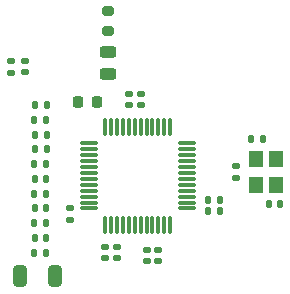
<source format=gbr>
%TF.GenerationSoftware,KiCad,Pcbnew,(6.0.0)*%
%TF.CreationDate,2022-04-14T08:35:50+02:00*%
%TF.ProjectId,W5500_Shield_Ethernet,57353530-305f-4536-9869-656c645f4574,rev?*%
%TF.SameCoordinates,Original*%
%TF.FileFunction,Paste,Top*%
%TF.FilePolarity,Positive*%
%FSLAX46Y46*%
G04 Gerber Fmt 4.6, Leading zero omitted, Abs format (unit mm)*
G04 Created by KiCad (PCBNEW (6.0.0)) date 2022-04-14 08:35:50*
%MOMM*%
%LPD*%
G01*
G04 APERTURE LIST*
G04 Aperture macros list*
%AMRoundRect*
0 Rectangle with rounded corners*
0 $1 Rounding radius*
0 $2 $3 $4 $5 $6 $7 $8 $9 X,Y pos of 4 corners*
0 Add a 4 corners polygon primitive as box body*
4,1,4,$2,$3,$4,$5,$6,$7,$8,$9,$2,$3,0*
0 Add four circle primitives for the rounded corners*
1,1,$1+$1,$2,$3*
1,1,$1+$1,$4,$5*
1,1,$1+$1,$6,$7*
1,1,$1+$1,$8,$9*
0 Add four rect primitives between the rounded corners*
20,1,$1+$1,$2,$3,$4,$5,0*
20,1,$1+$1,$4,$5,$6,$7,0*
20,1,$1+$1,$6,$7,$8,$9,0*
20,1,$1+$1,$8,$9,$2,$3,0*%
G04 Aperture macros list end*
%ADD10R,1.200000X1.400000*%
%ADD11RoundRect,0.140000X-0.140000X-0.170000X0.140000X-0.170000X0.140000X0.170000X-0.140000X0.170000X0*%
%ADD12RoundRect,0.140000X0.170000X-0.140000X0.170000X0.140000X-0.170000X0.140000X-0.170000X-0.140000X0*%
%ADD13RoundRect,0.135000X-0.135000X-0.185000X0.135000X-0.185000X0.135000X0.185000X-0.135000X0.185000X0*%
%ADD14RoundRect,0.135000X0.185000X-0.135000X0.185000X0.135000X-0.185000X0.135000X-0.185000X-0.135000X0*%
%ADD15RoundRect,0.140000X0.140000X0.170000X-0.140000X0.170000X-0.140000X-0.170000X0.140000X-0.170000X0*%
%ADD16RoundRect,0.218750X0.218750X0.256250X-0.218750X0.256250X-0.218750X-0.256250X0.218750X-0.256250X0*%
%ADD17RoundRect,0.140000X-0.170000X0.140000X-0.170000X-0.140000X0.170000X-0.140000X0.170000X0.140000X0*%
%ADD18RoundRect,0.135000X0.135000X0.185000X-0.135000X0.185000X-0.135000X-0.185000X0.135000X-0.185000X0*%
%ADD19RoundRect,0.250000X0.325000X0.650000X-0.325000X0.650000X-0.325000X-0.650000X0.325000X-0.650000X0*%
%ADD20RoundRect,0.075000X-0.662500X-0.075000X0.662500X-0.075000X0.662500X0.075000X-0.662500X0.075000X0*%
%ADD21RoundRect,0.075000X-0.075000X-0.662500X0.075000X-0.662500X0.075000X0.662500X-0.075000X0.662500X0*%
%ADD22RoundRect,0.243750X-0.456250X0.243750X-0.456250X-0.243750X0.456250X-0.243750X0.456250X0.243750X0*%
%ADD23RoundRect,0.135000X-0.185000X0.135000X-0.185000X-0.135000X0.185000X-0.135000X0.185000X0.135000X0*%
%ADD24RoundRect,0.200000X0.275000X-0.200000X0.275000X0.200000X-0.275000X0.200000X-0.275000X-0.200000X0*%
G04 APERTURE END LIST*
D10*
%TO.C,Y1*%
X126450000Y-70750000D03*
X126450000Y-68550000D03*
X124750000Y-68550000D03*
X124750000Y-70750000D03*
%TD*%
D11*
%TO.C,C13*%
X124370000Y-66900000D03*
X125330000Y-66900000D03*
%TD*%
D12*
%TO.C,C10*%
X105250000Y-61220000D03*
X105250000Y-60260000D03*
%TD*%
D13*
%TO.C,R12*%
X120740000Y-73000000D03*
X121760000Y-73000000D03*
%TD*%
D14*
%TO.C,R11*%
X123100000Y-70160000D03*
X123100000Y-69140000D03*
%TD*%
D15*
%TO.C,C8*%
X107000000Y-75250000D03*
X106040000Y-75250000D03*
%TD*%
D16*
%TO.C,L1*%
X111287500Y-63750000D03*
X109712500Y-63750000D03*
%TD*%
D17*
%TO.C,C14*%
X116500000Y-76270000D03*
X116500000Y-77230000D03*
%TD*%
D18*
%TO.C,R10*%
X107030000Y-74000000D03*
X106010000Y-74000000D03*
%TD*%
D19*
%TO.C,C11*%
X107725000Y-78500000D03*
X104775000Y-78500000D03*
%TD*%
D15*
%TO.C,C12*%
X126830000Y-72400000D03*
X125870000Y-72400000D03*
%TD*%
%TO.C,C7*%
X107000000Y-70250000D03*
X106040000Y-70250000D03*
%TD*%
D20*
%TO.C,U2*%
X110587500Y-67250000D03*
X110587500Y-67750000D03*
X110587500Y-68250000D03*
X110587500Y-68750000D03*
X110587500Y-69250000D03*
X110587500Y-69750000D03*
X110587500Y-70250000D03*
X110587500Y-70750000D03*
X110587500Y-71250000D03*
X110587500Y-71750000D03*
X110587500Y-72250000D03*
X110587500Y-72750000D03*
D21*
X112000000Y-74162500D03*
X112500000Y-74162500D03*
X113000000Y-74162500D03*
X113500000Y-74162500D03*
X114000000Y-74162500D03*
X114500000Y-74162500D03*
X115000000Y-74162500D03*
X115500000Y-74162500D03*
X116000000Y-74162500D03*
X116500000Y-74162500D03*
X117000000Y-74162500D03*
X117500000Y-74162500D03*
D20*
X118912500Y-72750000D03*
X118912500Y-72250000D03*
X118912500Y-71750000D03*
X118912500Y-71250000D03*
X118912500Y-70750000D03*
X118912500Y-70250000D03*
X118912500Y-69750000D03*
X118912500Y-69250000D03*
X118912500Y-68750000D03*
X118912500Y-68250000D03*
X118912500Y-67750000D03*
X118912500Y-67250000D03*
D21*
X117500000Y-65837500D03*
X117000000Y-65837500D03*
X116500000Y-65837500D03*
X116000000Y-65837500D03*
X115500000Y-65837500D03*
X115000000Y-65837500D03*
X114500000Y-65837500D03*
X114000000Y-65837500D03*
X113500000Y-65837500D03*
X113000000Y-65837500D03*
X112500000Y-65837500D03*
X112000000Y-65837500D03*
%TD*%
D18*
%TO.C,R7*%
X107030000Y-69000000D03*
X106010000Y-69000000D03*
%TD*%
D17*
%TO.C,C15*%
X115500000Y-76270000D03*
X115500000Y-77230000D03*
%TD*%
D18*
%TO.C,R6*%
X107040000Y-66500000D03*
X106020000Y-66500000D03*
%TD*%
%TO.C,R8*%
X107020000Y-76500000D03*
X106000000Y-76500000D03*
%TD*%
D11*
%TO.C,C9*%
X106060000Y-72750000D03*
X107020000Y-72750000D03*
%TD*%
D22*
%TO.C,D1*%
X112200000Y-59462500D03*
X112200000Y-61337500D03*
%TD*%
D18*
%TO.C,R5*%
X107030000Y-65250000D03*
X106010000Y-65250000D03*
%TD*%
D13*
%TO.C,R4*%
X106020000Y-67750000D03*
X107040000Y-67750000D03*
%TD*%
%TO.C,R13*%
X120740000Y-72000000D03*
X121760000Y-72000000D03*
%TD*%
D12*
%TO.C,C4*%
X115000000Y-63980000D03*
X115000000Y-63020000D03*
%TD*%
D18*
%TO.C,R9*%
X107030000Y-71500000D03*
X106010000Y-71500000D03*
%TD*%
D23*
%TO.C,R14*%
X109000000Y-72740000D03*
X109000000Y-73760000D03*
%TD*%
D13*
%TO.C,R3*%
X106020000Y-64000000D03*
X107040000Y-64000000D03*
%TD*%
D17*
%TO.C,C5*%
X113000000Y-76020000D03*
X113000000Y-76980000D03*
%TD*%
D12*
%TO.C,C3*%
X114000000Y-63980000D03*
X114000000Y-63020000D03*
%TD*%
D24*
%TO.C,R1*%
X112200000Y-57725000D03*
X112200000Y-56075000D03*
%TD*%
D17*
%TO.C,C6*%
X112000000Y-76020000D03*
X112000000Y-76980000D03*
%TD*%
D14*
%TO.C,R2*%
X104000000Y-61250000D03*
X104000000Y-60230000D03*
%TD*%
M02*

</source>
